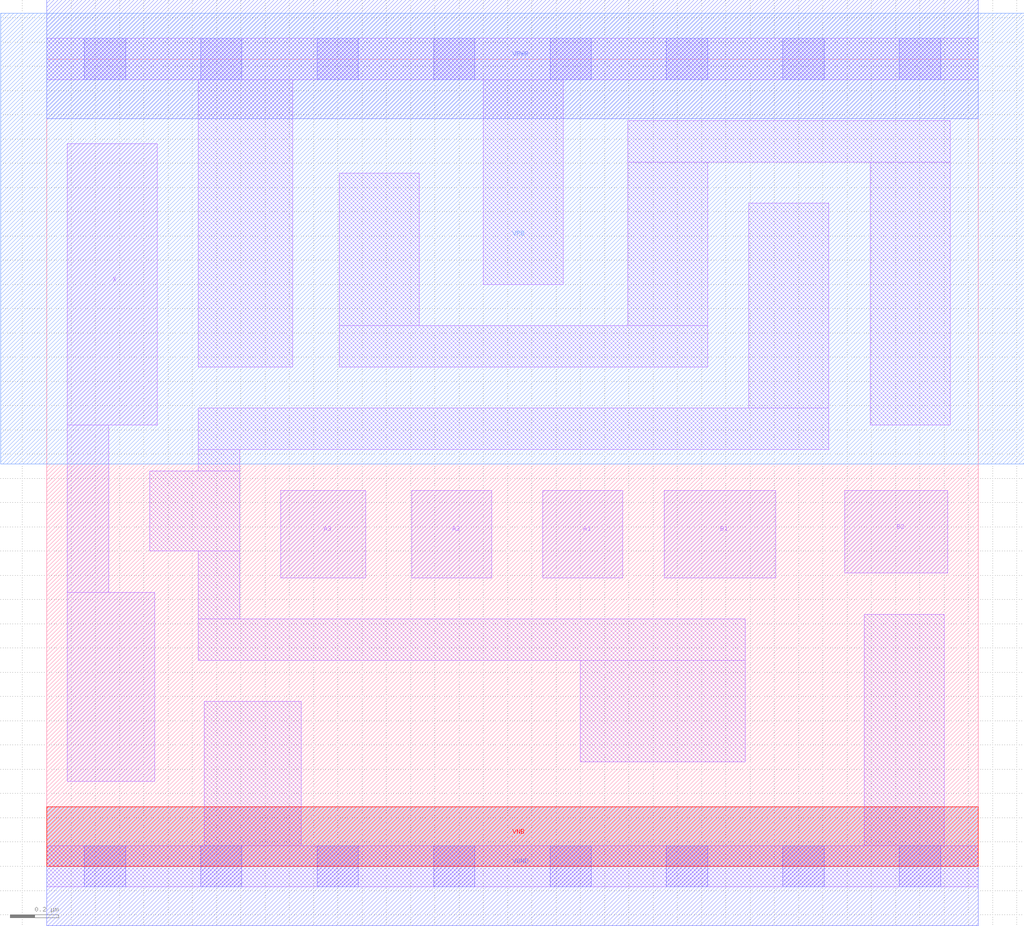
<source format=lef>
# Copyright 2020 The SkyWater PDK Authors
#
# Licensed under the Apache License, Version 2.0 (the "License");
# you may not use this file except in compliance with the License.
# You may obtain a copy of the License at
#
#     https://www.apache.org/licenses/LICENSE-2.0
#
# Unless required by applicable law or agreed to in writing, software
# distributed under the License is distributed on an "AS IS" BASIS,
# WITHOUT WARRANTIES OR CONDITIONS OF ANY KIND, either express or implied.
# See the License for the specific language governing permissions and
# limitations under the License.
#
# SPDX-License-Identifier: Apache-2.0

VERSION 5.7 ;
  NOWIREEXTENSIONATPIN ON ;
  DIVIDERCHAR "/" ;
  BUSBITCHARS "[]" ;
MACRO sky130_fd_sc_ls__a32o_1
  CLASS CORE ;
  FOREIGN sky130_fd_sc_ls__a32o_1 ;
  ORIGIN  0.000000  0.000000 ;
  SIZE  3.840000 BY  3.330000 ;
  SYMMETRY X Y ;
  SITE unit ;
  PIN A1
    ANTENNAGATEAREA  0.246000 ;
    DIRECTION INPUT ;
    USE SIGNAL ;
    PORT
      LAYER li1 ;
        RECT 2.045000 1.190000 2.375000 1.550000 ;
    END
  END A1
  PIN A2
    ANTENNAGATEAREA  0.246000 ;
    DIRECTION INPUT ;
    USE SIGNAL ;
    PORT
      LAYER li1 ;
        RECT 1.505000 1.190000 1.835000 1.550000 ;
    END
  END A2
  PIN A3
    ANTENNAGATEAREA  0.246000 ;
    DIRECTION INPUT ;
    USE SIGNAL ;
    PORT
      LAYER li1 ;
        RECT 0.965000 1.190000 1.315000 1.550000 ;
    END
  END A3
  PIN B1
    ANTENNAGATEAREA  0.246000 ;
    DIRECTION INPUT ;
    USE SIGNAL ;
    PORT
      LAYER li1 ;
        RECT 2.545000 1.190000 3.005000 1.550000 ;
    END
  END B1
  PIN B2
    ANTENNAGATEAREA  0.246000 ;
    DIRECTION INPUT ;
    USE SIGNAL ;
    PORT
      LAYER li1 ;
        RECT 3.290000 1.210000 3.715000 1.550000 ;
    END
  END B2
  PIN VNB
    PORT
      LAYER pwell ;
        RECT 0.000000 0.000000 3.840000 0.245000 ;
    END
  END VNB
  PIN VPB
    PORT
      LAYER nwell ;
        RECT -0.190000 1.660000 4.030000 3.520000 ;
    END
  END VPB
  PIN X
    ANTENNADIFFAREA  0.541300 ;
    DIRECTION OUTPUT ;
    USE SIGNAL ;
    PORT
      LAYER li1 ;
        RECT 0.085000 0.350000 0.445000 1.130000 ;
        RECT 0.085000 1.130000 0.255000 1.820000 ;
        RECT 0.085000 1.820000 0.455000 2.980000 ;
    END
  END X
  PIN VGND
    DIRECTION INOUT ;
    SHAPE ABUTMENT ;
    USE GROUND ;
    PORT
      LAYER met1 ;
        RECT 0.000000 -0.245000 3.840000 0.245000 ;
    END
  END VGND
  PIN VPWR
    DIRECTION INOUT ;
    SHAPE ABUTMENT ;
    USE POWER ;
    PORT
      LAYER met1 ;
        RECT 0.000000 3.085000 3.840000 3.575000 ;
    END
  END VPWR
  OBS
    LAYER li1 ;
      RECT 0.000000 -0.085000 3.840000 0.085000 ;
      RECT 0.000000  3.245000 3.840000 3.415000 ;
      RECT 0.425000  1.300000 0.795000 1.630000 ;
      RECT 0.625000  0.850000 2.880000 1.020000 ;
      RECT 0.625000  1.020000 0.795000 1.300000 ;
      RECT 0.625000  1.630000 0.795000 1.720000 ;
      RECT 0.625000  1.720000 3.225000 1.890000 ;
      RECT 0.625000  2.060000 1.015000 3.245000 ;
      RECT 0.650000  0.085000 1.050000 0.680000 ;
      RECT 1.205000  2.060000 2.725000 2.230000 ;
      RECT 1.205000  2.230000 1.535000 2.860000 ;
      RECT 1.800000  2.400000 2.130000 3.245000 ;
      RECT 2.200000  0.430000 2.880000 0.850000 ;
      RECT 2.395000  2.230000 2.725000 2.905000 ;
      RECT 2.395000  2.905000 3.725000 3.075000 ;
      RECT 2.895000  1.890000 3.225000 2.735000 ;
      RECT 3.370000  0.085000 3.700000 1.040000 ;
      RECT 3.395000  1.820000 3.725000 2.905000 ;
    LAYER mcon ;
      RECT 0.155000 -0.085000 0.325000 0.085000 ;
      RECT 0.155000  3.245000 0.325000 3.415000 ;
      RECT 0.635000 -0.085000 0.805000 0.085000 ;
      RECT 0.635000  3.245000 0.805000 3.415000 ;
      RECT 1.115000 -0.085000 1.285000 0.085000 ;
      RECT 1.115000  3.245000 1.285000 3.415000 ;
      RECT 1.595000 -0.085000 1.765000 0.085000 ;
      RECT 1.595000  3.245000 1.765000 3.415000 ;
      RECT 2.075000 -0.085000 2.245000 0.085000 ;
      RECT 2.075000  3.245000 2.245000 3.415000 ;
      RECT 2.555000 -0.085000 2.725000 0.085000 ;
      RECT 2.555000  3.245000 2.725000 3.415000 ;
      RECT 3.035000 -0.085000 3.205000 0.085000 ;
      RECT 3.035000  3.245000 3.205000 3.415000 ;
      RECT 3.515000 -0.085000 3.685000 0.085000 ;
      RECT 3.515000  3.245000 3.685000 3.415000 ;
  END
END sky130_fd_sc_ls__a32o_1
END LIBRARY

</source>
